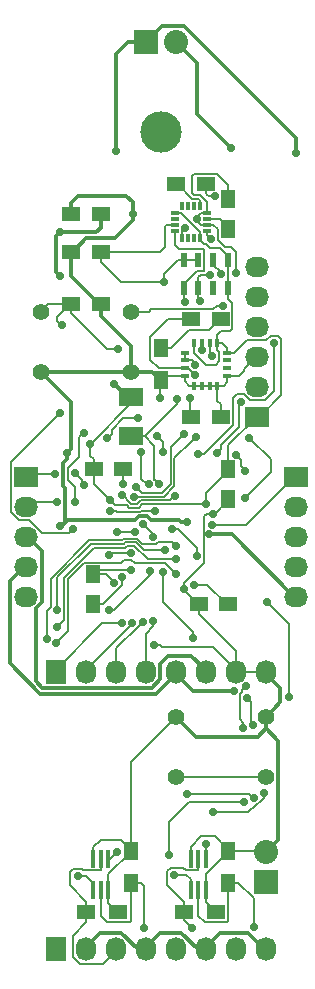
<source format=gbl>
%FSLAX46Y46*%
G04 Gerber Fmt 4.6, Leading zero omitted, Abs format (unit mm)*
G04 Created by KiCad (PCBNEW (20140926 BZR5148)-product) date Fri 30 Jan 2015 01:27:10 AM CST*
%MOMM*%
G01*
G04 APERTURE LIST*
%ADD10C,0.100000*%
%ADD11R,2.032000X1.727200*%
%ADD12O,2.032000X1.727200*%
%ADD13R,1.500000X1.250000*%
%ADD14R,1.250000X1.500000*%
%ADD15R,2.032000X1.524000*%
%ADD16R,2.032000X2.032000*%
%ADD17O,2.032000X2.032000*%
%ADD18R,1.727200X2.032000*%
%ADD19O,1.727200X2.032000*%
%ADD20R,0.398780X1.501140*%
%ADD21R,1.300000X1.500000*%
%ADD22R,1.500000X1.300000*%
%ADD23C,1.397000*%
%ADD24R,0.530000X1.310000*%
%ADD25R,0.650000X0.350000*%
%ADD26R,0.350000X0.650000*%
%ADD27R,0.410000X0.770000*%
%ADD28R,0.770000X0.410000*%
%ADD29C,3.500000*%
%ADD30C,0.713740*%
%ADD31C,0.152400*%
%ADD32C,0.203200*%
%ADD33C,0.355600*%
G04 APERTURE END LIST*
D10*
D11*
X160528000Y-77470000D03*
D12*
X160528000Y-74930000D03*
X160528000Y-72390000D03*
X160528000Y-69850000D03*
X160528000Y-67310000D03*
X160528000Y-64770000D03*
D13*
X147300000Y-60325000D03*
X144800000Y-60325000D03*
X147300000Y-63500000D03*
X144800000Y-63500000D03*
X156190000Y-57785000D03*
X153690000Y-57785000D03*
D14*
X158115000Y-61575000D03*
X158115000Y-59075000D03*
X146685000Y-93325000D03*
X146685000Y-90825000D03*
D13*
X144800000Y-67945000D03*
X147300000Y-67945000D03*
X158095000Y-93345000D03*
X155595000Y-93345000D03*
D14*
X158115000Y-81935000D03*
X158115000Y-84435000D03*
D13*
X146705000Y-81915000D03*
X149205000Y-81915000D03*
X154960000Y-77470000D03*
X157460000Y-77470000D03*
X154960000Y-69215000D03*
X157460000Y-69215000D03*
D15*
X149860000Y-75819000D03*
X149860000Y-79121000D03*
D16*
X151130000Y-45720000D03*
D17*
X153670000Y-45720000D03*
D16*
X161290000Y-116840000D03*
D17*
X161290000Y-114300000D03*
D18*
X143510000Y-122555000D03*
D19*
X146050000Y-122555000D03*
X148590000Y-122555000D03*
X151130000Y-122555000D03*
X153670000Y-122555000D03*
X156210000Y-122555000D03*
X158750000Y-122555000D03*
X161290000Y-122555000D03*
D20*
X147970240Y-117535960D03*
X147320000Y-117535960D03*
X146669760Y-117535960D03*
X146669760Y-114874040D03*
X147320000Y-114874040D03*
X147970240Y-114874040D03*
X154924760Y-114874040D03*
X155575000Y-114874040D03*
X156225240Y-114874040D03*
X156225240Y-117535960D03*
X155575000Y-117535960D03*
X154924760Y-117535960D03*
D21*
X152400000Y-71675000D03*
X152400000Y-74375000D03*
X149860000Y-116920000D03*
X149860000Y-114220000D03*
D22*
X146097000Y-119380000D03*
X148797000Y-119380000D03*
X154352000Y-119380000D03*
X157052000Y-119380000D03*
D21*
X158115000Y-116920000D03*
X158115000Y-114220000D03*
D23*
X161290000Y-102870000D03*
X161290000Y-107950000D03*
X153670000Y-102870000D03*
X153670000Y-107950000D03*
X149860000Y-68580000D03*
X149860000Y-73660000D03*
X142240000Y-68580000D03*
X142240000Y-73660000D03*
D24*
X154335000Y-64205000D03*
X155585000Y-64205000D03*
X156835000Y-64205000D03*
X158085000Y-64205000D03*
X158085000Y-66605000D03*
X156835000Y-66605000D03*
X155585000Y-66605000D03*
X154335000Y-66605000D03*
D11*
X140970000Y-82550000D03*
D12*
X140970000Y-85090000D03*
X140970000Y-87630000D03*
X140970000Y-90170000D03*
X140970000Y-92710000D03*
D11*
X163830000Y-82550000D03*
D12*
X163830000Y-85090000D03*
X163830000Y-87630000D03*
X163830000Y-90170000D03*
X163830000Y-92710000D03*
D18*
X143510000Y-99060000D03*
D19*
X146050000Y-99060000D03*
X148590000Y-99060000D03*
X151130000Y-99060000D03*
X153670000Y-99060000D03*
X156210000Y-99060000D03*
X158750000Y-99060000D03*
X161290000Y-99060000D03*
D25*
X153565000Y-61710000D03*
X153565000Y-61210000D03*
X153565000Y-60710000D03*
X153565000Y-60210000D03*
D26*
X154190000Y-59585000D03*
X154690000Y-59585000D03*
X155190000Y-59585000D03*
X155690000Y-59585000D03*
D25*
X156315000Y-60210000D03*
X156315000Y-60710000D03*
X156315000Y-61210000D03*
X156315000Y-61710000D03*
D26*
X155690000Y-62335000D03*
X155190000Y-62335000D03*
X154690000Y-62335000D03*
X154190000Y-62335000D03*
D27*
X155235000Y-71225000D03*
X155885000Y-71225000D03*
X156535000Y-71225000D03*
X157185000Y-71225000D03*
D28*
X158010000Y-72050000D03*
X158010000Y-72700000D03*
X158010000Y-73350000D03*
X158010000Y-74000000D03*
D27*
X157185000Y-74825000D03*
X156535000Y-74825000D03*
X155885000Y-74825000D03*
X155235000Y-74825000D03*
D28*
X154410000Y-74000000D03*
X154410000Y-73350000D03*
X154410000Y-72700000D03*
X154410000Y-72050000D03*
D29*
X152400000Y-53340000D03*
D30*
X149860000Y-90424000D03*
X148012350Y-89133500D03*
X149886748Y-88999040D03*
X148441119Y-91507285D03*
X149158939Y-83199156D03*
X152328880Y-75892660D03*
X143897263Y-86753679D03*
X151790400Y-96822260D03*
X156841967Y-85661614D03*
X156464135Y-87435000D03*
X154617420Y-86385400D03*
X144470120Y-80545940D03*
X150065740Y-60322460D03*
X158369000Y-54737000D03*
X157456202Y-65400184D03*
X158750000Y-65278000D03*
X155480728Y-60706000D03*
X154368609Y-92075371D03*
X155300256Y-73064576D03*
X151902160Y-85469780D03*
X152234896Y-83189465D03*
X148112480Y-85443060D03*
X153797000Y-75946000D03*
X152654000Y-66040000D03*
X156625109Y-62387899D03*
X156980728Y-58801000D03*
X149149934Y-91009490D03*
X143891000Y-65532000D03*
X148090276Y-84538811D03*
X158575470Y-100692474D03*
X148463000Y-74676000D03*
X143891000Y-61849000D03*
X156229863Y-84874222D03*
X155184209Y-91715109D03*
X146431000Y-79756000D03*
X157629860Y-68079620D03*
X144056100Y-69743320D03*
X143852900Y-77162660D03*
X144957800Y-86982300D03*
X148762720Y-71752460D03*
X148590000Y-54991000D03*
X163830000Y-55118000D03*
X155304361Y-73930718D03*
X154884120Y-75882500D03*
X150469600Y-77584300D03*
X147868640Y-79308960D03*
X159228198Y-76183535D03*
X157137100Y-80573880D03*
X159900620Y-79255620D03*
X159517080Y-84355940D03*
X162000063Y-71210037D03*
X155583640Y-80619302D03*
X149081510Y-94972965D03*
X149952259Y-94894091D03*
X150867682Y-94806677D03*
X151730998Y-94736643D03*
X153568215Y-84139459D03*
X145140711Y-82232500D03*
X145897459Y-83223436D03*
X143461740Y-82344260D03*
X149141180Y-84096860D03*
X152591750Y-80437702D03*
X143609060Y-84703920D03*
X145140680Y-84686140D03*
X145856960Y-78839060D03*
X152059640Y-79098140D03*
X158767227Y-80676457D03*
X159547560Y-82036920D03*
X148697970Y-87222343D03*
X150182580Y-87188040D03*
X156707840Y-86603840D03*
X151368758Y-83184619D03*
X150921296Y-86589429D03*
X150730466Y-80420834D03*
X151697853Y-87628893D03*
X151516080Y-90533220D03*
X147972780Y-93865700D03*
X151003000Y-120777000D03*
X155067000Y-120777000D03*
X160274000Y-120650000D03*
X143637000Y-93853000D03*
X152781000Y-88773000D03*
X153670000Y-88392000D03*
X142748000Y-96266000D03*
X143587490Y-95277890D03*
X145415000Y-116350728D03*
X153670000Y-89535000D03*
X143552202Y-96587681D03*
X153670000Y-90805000D03*
X148700728Y-114300000D03*
X161406840Y-93134180D03*
X163281360Y-101175820D03*
X161132520Y-109324140D03*
X156834840Y-110964980D03*
X160252427Y-109767387D03*
X154619960Y-109420660D03*
X160213040Y-103576120D03*
X159674560Y-101254560D03*
X159465754Y-110129829D03*
X159395972Y-103863556D03*
X159612300Y-100280927D03*
X156204920Y-113619280D03*
X153113740Y-114584480D03*
X155100020Y-96199960D03*
X155481020Y-89291160D03*
X153365200Y-86959440D03*
X152560020Y-90637360D03*
X153555700Y-116260880D03*
X154432000Y-67775909D03*
X155883544Y-71860273D03*
X154335480Y-78927960D03*
X150334980Y-83416140D03*
X155396929Y-79143532D03*
X150118215Y-84254730D03*
X156748766Y-72364864D03*
X156591000Y-65440728D03*
X154415124Y-61510618D03*
X155702000Y-67691000D03*
D31*
X149382058Y-88999040D02*
X149886748Y-88999040D01*
X148082000Y-89154000D02*
X148236960Y-88999040D01*
X148236960Y-88999040D02*
X149382058Y-88999040D01*
X149860000Y-90424000D02*
X147086000Y-90424000D01*
D32*
X147758834Y-90825000D02*
X148084250Y-91150416D01*
X148084250Y-91150416D02*
X148441119Y-91507285D01*
X146685000Y-90825000D02*
X147758834Y-90825000D01*
D31*
X147086000Y-90424000D02*
X146685000Y-90825000D01*
X158115000Y-114220000D02*
X161210000Y-114220000D01*
X161210000Y-114220000D02*
X161290000Y-114300000D01*
X158195000Y-114300000D02*
X158115000Y-114220000D01*
D32*
X154410000Y-74000000D02*
X154410000Y-74408200D01*
X154826800Y-74825000D02*
X155235000Y-74825000D01*
X154410000Y-74408200D02*
X154826800Y-74825000D01*
D33*
X154617420Y-86385400D02*
X154112730Y-86385400D01*
X150841136Y-85907031D02*
X150566103Y-85907031D01*
X150232109Y-86241025D02*
X144482649Y-86241025D01*
X150566103Y-85907031D02*
X150232109Y-86241025D01*
X151248975Y-85883749D02*
X150864418Y-85883749D01*
D32*
X149205000Y-81915000D02*
X149205000Y-83153095D01*
X149205000Y-83153095D02*
X149158939Y-83199156D01*
D33*
X151541077Y-86175851D02*
X151248975Y-85883749D01*
X154112730Y-86385400D02*
X153903181Y-86175851D01*
X150864418Y-85883749D02*
X150841136Y-85907031D01*
X144482649Y-86241025D02*
X144268375Y-86455299D01*
X153903181Y-86175851D02*
X151541077Y-86175851D01*
D31*
X152328880Y-75892660D02*
X152328880Y-74446120D01*
X152328880Y-74446120D02*
X152400000Y-74375000D01*
D33*
X144148811Y-81371939D02*
X144148811Y-83356427D01*
X144826989Y-80189071D02*
X144470120Y-80545940D01*
X144826989Y-76246989D02*
X144826989Y-80189071D01*
X144470120Y-80545940D02*
X144470120Y-81050630D01*
X144470120Y-81050630D02*
X144148811Y-81371939D01*
X144306291Y-86417383D02*
X144268375Y-86455299D01*
X144306291Y-83513907D02*
X144306291Y-86417383D01*
X142240000Y-73660000D02*
X144826989Y-76246989D01*
X144148811Y-83356427D02*
X144306291Y-83513907D01*
X144268375Y-86455299D02*
X143969995Y-86753679D01*
X143969995Y-86753679D02*
X143897263Y-86753679D01*
X149860000Y-72672172D02*
X149860000Y-73660000D01*
X147300000Y-68925600D02*
X149860000Y-71485600D01*
X147300000Y-67945000D02*
X147300000Y-68925600D01*
X149860000Y-71485600D02*
X149860000Y-72672172D01*
X144800000Y-65570000D02*
X147175000Y-67945000D01*
X147175000Y-67945000D02*
X147300000Y-67945000D01*
X144800000Y-63500000D02*
X144800000Y-65570000D01*
D31*
X157460000Y-76378120D02*
X157185000Y-76103120D01*
X157185000Y-76103120D02*
X157185000Y-74825000D01*
X157460000Y-77470000D02*
X157460000Y-76378120D01*
D32*
X152475430Y-97002600D02*
X156845000Y-97002600D01*
X156845000Y-97002600D02*
X158750000Y-98907600D01*
X158750000Y-98907600D02*
X158750000Y-99060000D01*
X151790400Y-96822260D02*
X152295090Y-96822260D01*
X152295090Y-96822260D02*
X152475430Y-97002600D01*
X154368609Y-92075371D02*
X154368609Y-91570681D01*
X156096969Y-85901922D02*
X156337277Y-85661614D01*
D33*
X163677600Y-92710000D02*
X158402600Y-87435000D01*
X163830000Y-92710000D02*
X163677600Y-92710000D01*
D32*
X156337277Y-85661614D02*
X156841967Y-85661614D01*
X158115000Y-84435000D02*
X158115000Y-84560000D01*
X158115000Y-84560000D02*
X157013386Y-85661614D01*
X154368609Y-91570681D02*
X156096969Y-89842321D01*
X157013386Y-85661614D02*
X156841967Y-85661614D01*
X156096969Y-89842321D02*
X156096969Y-85901922D01*
D33*
X158402600Y-87435000D02*
X156968825Y-87435000D01*
X156968825Y-87435000D02*
X156464135Y-87435000D01*
X154368499Y-103568499D02*
X153670000Y-102870000D01*
X155350627Y-104550627D02*
X154368499Y-103568499D01*
X160597201Y-104550627D02*
X155350627Y-104550627D01*
X161290000Y-103857828D02*
X160597201Y-104550627D01*
X161290000Y-102870000D02*
X161290000Y-103857828D01*
X162509200Y-100431600D02*
X162509200Y-101650800D01*
X161290000Y-99212400D02*
X162509200Y-100431600D01*
X162509200Y-101650800D02*
X161988499Y-102171501D01*
X161988499Y-102171501D02*
X161290000Y-102870000D01*
X161290000Y-99060000D02*
X161290000Y-99212400D01*
D32*
X155836621Y-113008409D02*
X157003409Y-113008409D01*
X158115000Y-114120000D02*
X158115000Y-114220000D01*
X157003409Y-113008409D02*
X158115000Y-114120000D01*
X154924760Y-113920270D02*
X155836621Y-113008409D01*
X154924760Y-114874040D02*
X154924760Y-113920270D01*
X158750000Y-97328200D02*
X158750000Y-97840800D01*
X155595000Y-93345000D02*
X155595000Y-94173200D01*
X158750000Y-97840800D02*
X158750000Y-99060000D01*
X155595000Y-94173200D02*
X158750000Y-97328200D01*
D33*
X161290000Y-103857828D02*
X162318701Y-104886529D01*
X162318701Y-104886529D02*
X162318701Y-113271299D01*
X162318701Y-113271299D02*
X162305999Y-113284001D01*
X162305999Y-113284001D02*
X161290000Y-114300000D01*
X149860000Y-73660000D02*
X148872172Y-73660000D01*
X148872172Y-73660000D02*
X142240000Y-73660000D01*
X149860000Y-73660000D02*
X151685000Y-73660000D01*
X151685000Y-73660000D02*
X152400000Y-74375000D01*
X150065740Y-60322460D02*
X150065740Y-59329320D01*
X144800000Y-59372820D02*
X144800000Y-60325000D01*
X145417540Y-58755280D02*
X144800000Y-59372820D01*
X149491700Y-58755280D02*
X145417540Y-58755280D01*
X150065740Y-59329320D02*
X149491700Y-58755280D01*
X150065740Y-60322460D02*
X150065740Y-60827150D01*
X150065740Y-60827150D02*
X148535880Y-62357010D01*
X148535880Y-62357010D02*
X146067990Y-62357010D01*
X146067990Y-62357010D02*
X144925000Y-63500000D01*
X144925000Y-63500000D02*
X144800000Y-63500000D01*
D32*
X147323230Y-113266800D02*
X146669760Y-113920270D01*
X149860000Y-114120000D02*
X149006800Y-113266800D01*
X149006800Y-113266800D02*
X147323230Y-113266800D01*
X149860000Y-114220000D02*
X149860000Y-114120000D01*
X146669760Y-113920270D02*
X146669760Y-114874040D01*
X147970240Y-117535960D02*
X147970240Y-116209760D01*
X147970240Y-116209760D02*
X149860000Y-114320000D01*
X149860000Y-114320000D02*
X149860000Y-114220000D01*
X148797000Y-119380000D02*
X148697000Y-119380000D01*
X148697000Y-119380000D02*
X147970240Y-118653240D01*
X147970240Y-118653240D02*
X147970240Y-118489730D01*
X147970240Y-118489730D02*
X147970240Y-117535960D01*
X156225240Y-117535960D02*
X156225240Y-118553240D01*
X156225240Y-118553240D02*
X157052000Y-119380000D01*
X158115000Y-114220000D02*
X158115000Y-114320000D01*
X158115000Y-114320000D02*
X156225240Y-116209760D01*
X156225240Y-116209760D02*
X156225240Y-116582190D01*
X156225240Y-116582190D02*
X156225240Y-117535960D01*
X149860000Y-114220000D02*
X149860000Y-106680000D01*
X149860000Y-106680000D02*
X153670000Y-102870000D01*
D33*
X155448000Y-51816000D02*
X155448000Y-47498000D01*
X155448000Y-47498000D02*
X153670000Y-45720000D01*
X158369000Y-54737000D02*
X155448000Y-51816000D01*
D32*
X156835000Y-64595000D02*
X157456202Y-65216202D01*
X156835000Y-64205000D02*
X156835000Y-64595000D01*
X157456202Y-65216202D02*
X157456202Y-65400184D01*
X156843200Y-61210000D02*
X157235999Y-61602799D01*
X156315000Y-61210000D02*
X156843200Y-61210000D01*
X157235999Y-62528201D02*
X157826798Y-63119000D01*
X157235999Y-61602799D02*
X157235999Y-62528201D01*
X158750000Y-63492798D02*
X158750000Y-65278000D01*
X158376202Y-63119000D02*
X158750000Y-63492798D01*
X157826798Y-63119000D02*
X158376202Y-63119000D01*
X155246798Y-56896000D02*
X157133202Y-56896000D01*
X157133202Y-56896000D02*
X158115000Y-57877798D01*
X158115000Y-57877798D02*
X158115000Y-58121800D01*
X158115000Y-58121800D02*
X158115000Y-59075000D01*
X155067000Y-58494202D02*
X155067000Y-57075798D01*
X155067000Y-57075798D02*
X155246798Y-56896000D01*
X155736202Y-58674000D02*
X155246798Y-58674000D01*
X155246798Y-58674000D02*
X155067000Y-58494202D01*
X156315000Y-59252798D02*
X155736202Y-58674000D01*
X156315000Y-60210000D02*
X156315000Y-59252798D01*
X156315000Y-60210000D02*
X155786800Y-60210000D01*
X155786800Y-60210000D02*
X155480728Y-60516072D01*
X155480728Y-60516072D02*
X155480728Y-60706000D01*
X155575000Y-60998200D02*
X155575000Y-60800272D01*
X155575000Y-60800272D02*
X155480728Y-60706000D01*
X156315000Y-61210000D02*
X155786800Y-61210000D01*
X155786800Y-61210000D02*
X155575000Y-60998200D01*
X154368609Y-92118609D02*
X155595000Y-93345000D01*
X154368609Y-92075371D02*
X154368609Y-92118609D01*
X160223200Y-99060000D02*
X158750000Y-99060000D01*
X161290000Y-99060000D02*
X160223200Y-99060000D01*
X152775000Y-74000000D02*
X152400000Y-74375000D01*
X154410000Y-74000000D02*
X152775000Y-74000000D01*
X155885000Y-74825000D02*
X155235000Y-74825000D01*
X156535000Y-74825000D02*
X155885000Y-74825000D01*
X156535000Y-74825000D02*
X157185000Y-74825000D01*
X157185000Y-74825000D02*
X157712000Y-74825000D01*
X158010000Y-74527000D02*
X158010000Y-74000000D01*
X157712000Y-74825000D02*
X158010000Y-74527000D01*
X160502600Y-72390000D02*
X160655000Y-72390000D01*
X159045000Y-74000000D02*
X159435800Y-73609200D01*
X159435800Y-73609200D02*
X159435800Y-73456800D01*
X159435800Y-73456800D02*
X160502600Y-72390000D01*
X158010000Y-74000000D02*
X159045000Y-74000000D01*
X155300256Y-73002056D02*
X155300256Y-73064576D01*
X154998200Y-72700000D02*
X155300256Y-73002056D01*
X154410000Y-72700000D02*
X154998200Y-72700000D01*
D31*
X150672796Y-85500621D02*
X150703637Y-85469780D01*
X148674731Y-85500621D02*
X150672796Y-85500621D01*
X150703637Y-85469780D02*
X151397470Y-85469780D01*
X148617170Y-85443060D02*
X148674731Y-85500621D01*
X148112480Y-85443060D02*
X148617170Y-85443060D01*
X149860000Y-79121000D02*
X151028400Y-79121000D01*
X151028400Y-79121000D02*
X151860877Y-79953477D01*
X151860877Y-82815446D02*
X151878027Y-82832596D01*
X151860877Y-79953477D02*
X151860877Y-82815446D01*
X151397470Y-85469780D02*
X151902160Y-85469780D01*
X151878027Y-82832596D02*
X152234896Y-83189465D01*
D32*
X152760680Y-63098880D02*
X152359560Y-63500000D01*
X152359560Y-63500000D02*
X147300000Y-63500000D01*
X152654000Y-66040000D02*
X149011800Y-66040000D01*
X149011800Y-66040000D02*
X147300000Y-64328200D01*
X147300000Y-64328200D02*
X147300000Y-63500000D01*
X153565000Y-61210000D02*
X152906920Y-61210000D01*
X152906920Y-61210000D02*
X152760680Y-61356240D01*
X152760680Y-61356240D02*
X152760680Y-63098880D01*
X153797000Y-76403200D02*
X153797000Y-75946000D01*
X151079200Y-79121000D02*
X153797000Y-76403200D01*
X149860000Y-79121000D02*
X151079200Y-79121000D01*
X154410000Y-72291800D02*
X154432000Y-72269800D01*
X154410000Y-72700000D02*
X154410000Y-72291800D01*
X154432000Y-72072000D02*
X154410000Y-72050000D01*
X154432000Y-72269800D02*
X154432000Y-72072000D01*
X155585000Y-64205000D02*
X154335000Y-64205000D01*
X152654000Y-65417800D02*
X152654000Y-66040000D01*
X153866800Y-64205000D02*
X152654000Y-65417800D01*
X153866800Y-64205000D02*
X154335000Y-64205000D01*
D31*
X156315000Y-61710000D02*
X156315000Y-62077790D01*
X156315000Y-62077790D02*
X156625109Y-62387899D01*
X156349038Y-58674000D02*
X156301600Y-58674000D01*
X156301600Y-58674000D02*
X156190000Y-58562400D01*
X156190000Y-58562400D02*
X156190000Y-57785000D01*
X156980728Y-58801000D02*
X156476038Y-58801000D01*
X156476038Y-58801000D02*
X156349038Y-58674000D01*
X155690000Y-59107600D02*
X155690000Y-59585000D01*
X155586610Y-59004210D02*
X155690000Y-59107600D01*
X155034210Y-59004210D02*
X155586610Y-59004210D01*
X153690000Y-57785000D02*
X153815000Y-57785000D01*
X153815000Y-57785000D02*
X155034210Y-59004210D01*
D32*
X155702000Y-59573000D02*
X155690000Y-59585000D01*
X153690000Y-57785000D02*
X154347202Y-57785000D01*
D31*
X158115000Y-61575000D02*
X158115000Y-61450000D01*
X158115000Y-61450000D02*
X157375000Y-60710000D01*
X157375000Y-60710000D02*
X156792400Y-60710000D01*
X156792400Y-60710000D02*
X156315000Y-60710000D01*
X158115000Y-61700000D02*
X157585000Y-62230000D01*
X158115000Y-61575000D02*
X158115000Y-61700000D01*
D32*
X149149934Y-91514180D02*
X149149934Y-91009490D01*
X149149934Y-91688266D02*
X149149934Y-91514180D01*
X147513200Y-93325000D02*
X149149934Y-91688266D01*
X146685000Y-93325000D02*
X147513200Y-93325000D01*
X162293282Y-70599166D02*
X162610934Y-70916818D01*
X160807400Y-77470000D02*
X160655000Y-77470000D01*
X158598200Y-72050000D02*
X159680590Y-70967610D01*
X162610934Y-70916818D02*
X162610934Y-75666466D01*
X158010000Y-72050000D02*
X158598200Y-72050000D01*
X161706844Y-70599166D02*
X162293282Y-70599166D01*
X162610934Y-75666466D02*
X160807400Y-77470000D01*
X161338400Y-70967610D02*
X161706844Y-70599166D01*
X159680590Y-70967610D02*
X161338400Y-70967610D01*
X158115000Y-81935000D02*
X158115000Y-79857600D01*
X158115000Y-79857600D02*
X160502600Y-77470000D01*
X160502600Y-77470000D02*
X160655000Y-77470000D01*
X157042004Y-73095742D02*
X157359656Y-72778090D01*
X157359656Y-71987856D02*
X157185000Y-71813200D01*
X157359656Y-72778090D02*
X157359656Y-71987856D01*
X155235000Y-72095230D02*
X156235512Y-73095742D01*
X155235000Y-71225000D02*
X155235000Y-72095230D01*
X157185000Y-71813200D02*
X157185000Y-71225000D01*
X156235512Y-73095742D02*
X157042004Y-73095742D01*
X149700411Y-85170411D02*
X149508711Y-84978711D01*
X150536019Y-85170411D02*
X149700411Y-85170411D01*
X149508711Y-84978711D02*
X148530176Y-84978711D01*
X148447145Y-84895680D02*
X148090276Y-84538811D01*
X155725173Y-84874222D02*
X155709841Y-84858890D01*
X148530176Y-84978711D02*
X148447145Y-84895680D01*
X156229863Y-84874222D02*
X155725173Y-84874222D01*
X150847540Y-84858890D02*
X150536019Y-85170411D01*
X155709841Y-84858890D02*
X150847540Y-84858890D01*
D33*
X143534131Y-65175131D02*
X143891000Y-65532000D01*
X143891000Y-61849000D02*
X143534131Y-62205869D01*
X143534131Y-62205869D02*
X143534131Y-65175131D01*
D32*
X146787869Y-79399131D02*
X146431000Y-79756000D01*
X149606000Y-75819000D02*
X149606000Y-76581000D01*
X149606000Y-76581000D02*
X146787869Y-79399131D01*
X147733407Y-84181942D02*
X148090276Y-84538811D01*
X146705000Y-83153535D02*
X147733407Y-84181942D01*
X146705000Y-81915000D02*
X146705000Y-83153535D01*
D33*
X158070780Y-100692474D02*
X158575470Y-100692474D01*
X155150074Y-100692474D02*
X158070780Y-100692474D01*
X153670000Y-99212400D02*
X155150074Y-100692474D01*
X140817600Y-90170000D02*
X140970000Y-90170000D01*
X139598400Y-91389200D02*
X140817600Y-90170000D01*
X139598400Y-98340796D02*
X139598400Y-91389200D01*
X142171814Y-100914210D02*
X139598400Y-98340796D01*
X151968190Y-100914210D02*
X142171814Y-100914210D01*
X153670000Y-99212400D02*
X151968190Y-100914210D01*
X153670000Y-99060000D02*
X153670000Y-99212400D01*
X153670000Y-99060000D02*
X153670000Y-98907600D01*
X149860000Y-75819000D02*
X149606000Y-75819000D01*
X149606000Y-75819000D02*
X148463000Y-74676000D01*
X146939000Y-61849000D02*
X147300000Y-61488000D01*
X147300000Y-61488000D02*
X147300000Y-60325000D01*
X143891000Y-61849000D02*
X146939000Y-61849000D01*
D32*
X158085000Y-63880110D02*
X158085000Y-64205000D01*
X157425500Y-63220610D02*
X158085000Y-63880110D01*
X156575610Y-63220610D02*
X157425500Y-63220610D01*
X156218200Y-62863200D02*
X156575610Y-63220610D01*
X155690000Y-62335000D02*
X155690000Y-62485000D01*
X156068200Y-62863200D02*
X156218200Y-62863200D01*
X155690000Y-62485000D02*
X156068200Y-62863200D01*
X156229863Y-83945137D02*
X156229863Y-84369532D01*
X158115000Y-81935000D02*
X158115000Y-82060000D01*
X158115000Y-82060000D02*
X156229863Y-83945137D01*
X156229863Y-84369532D02*
X156229863Y-84874222D01*
X157970000Y-93345000D02*
X156340109Y-91715109D01*
X156340109Y-91715109D02*
X155688899Y-91715109D01*
X158095000Y-93345000D02*
X157970000Y-93345000D01*
X155688899Y-91715109D02*
X155184209Y-91715109D01*
X146431000Y-80812800D02*
X146431000Y-79756000D01*
X146705000Y-81086800D02*
X146431000Y-80812800D01*
X146705000Y-81915000D02*
X146705000Y-81086800D01*
X157593200Y-71225000D02*
X157185000Y-71225000D01*
X158010000Y-71641800D02*
X157593200Y-71225000D01*
X158010000Y-72050000D02*
X158010000Y-71641800D01*
X158085000Y-65746800D02*
X158085000Y-64205000D01*
X158085000Y-66605000D02*
X158085000Y-65746800D01*
X157185000Y-70526000D02*
X157185000Y-71225000D01*
X157480000Y-70231000D02*
X157185000Y-70526000D01*
X158464001Y-70043201D02*
X158276202Y-70231000D01*
X158085000Y-67463200D02*
X158464001Y-67842201D01*
X158276202Y-70231000D02*
X157480000Y-70231000D01*
X158464001Y-67842201D02*
X158464001Y-70043201D01*
X158085000Y-66605000D02*
X158085000Y-67463200D01*
X155690000Y-61806800D02*
X155690000Y-62335000D01*
X154093200Y-60210000D02*
X155690000Y-61806800D01*
X153565000Y-60210000D02*
X154093200Y-60210000D01*
D31*
X151589579Y-68361399D02*
X151370978Y-68580000D01*
X151370978Y-68580000D02*
X149860000Y-68580000D01*
X157629860Y-68079620D02*
X157125170Y-68079620D01*
X157125170Y-68079620D02*
X156843391Y-68361399D01*
X156843391Y-68361399D02*
X151589579Y-68361399D01*
X143634460Y-69321680D02*
X143634460Y-68985540D01*
X143634460Y-68985540D02*
X144675000Y-67945000D01*
X144675000Y-67945000D02*
X144800000Y-67945000D01*
X144056100Y-69743320D02*
X143634460Y-69321680D01*
X139725390Y-81290170D02*
X143852900Y-77162660D01*
X140365192Y-86182210D02*
X139725390Y-85542408D01*
X144600931Y-87339169D02*
X142376187Y-87339169D01*
X144957800Y-86982300D02*
X144600931Y-87339169D01*
X141219228Y-86182210D02*
X140365192Y-86182210D01*
X142376187Y-87339169D02*
X141219228Y-86182210D01*
X139725390Y-85542408D02*
X139725390Y-81290170D01*
X144800000Y-68722400D02*
X147830060Y-71752460D01*
X144800000Y-67945000D02*
X144800000Y-68722400D01*
X147830060Y-71752460D02*
X148762720Y-71752460D01*
X144800000Y-67945000D02*
X142875000Y-67945000D01*
X142875000Y-67945000D02*
X142240000Y-68580000D01*
D33*
X149606000Y-45720000D02*
X148590000Y-46736000D01*
X148590000Y-46736000D02*
X148590000Y-54991000D01*
X151130000Y-45720000D02*
X149606000Y-45720000D01*
X154355799Y-44373799D02*
X163830000Y-53848000D01*
X163830000Y-53848000D02*
X163830000Y-55118000D01*
X151130000Y-45720000D02*
X152476201Y-44373799D01*
X152476201Y-44373799D02*
X154355799Y-44373799D01*
X141122400Y-87630000D02*
X140970000Y-87630000D01*
X142341600Y-93179102D02*
X142341600Y-88849200D01*
X142341600Y-88849200D02*
X141122400Y-87630000D01*
X141859000Y-99882962D02*
X141859000Y-93661702D01*
X152323810Y-98374190D02*
X152323810Y-99706892D01*
X156210000Y-98907600D02*
X156210000Y-99060000D01*
X154990800Y-97688400D02*
X153009600Y-97688400D01*
X141859000Y-93661702D02*
X142341600Y-93179102D01*
X142382239Y-100406201D02*
X141859000Y-99882962D01*
X156210000Y-98907600D02*
X154990800Y-97688400D01*
X152323810Y-99706892D02*
X151624501Y-100406201D01*
X153009600Y-97688400D02*
X152323810Y-98374190D01*
X151624501Y-100406201D02*
X142382239Y-100406201D01*
D31*
X154723643Y-73350000D02*
X154947492Y-73573849D01*
X154410000Y-73350000D02*
X154723643Y-73350000D01*
X154947492Y-73573849D02*
X155304361Y-73930718D01*
X154884120Y-75882500D02*
X154884120Y-77394120D01*
X154884120Y-77394120D02*
X154960000Y-77470000D01*
D32*
X152217798Y-73350000D02*
X153821800Y-73350000D01*
X151495999Y-72628201D02*
X152217798Y-73350000D01*
X151495999Y-70721799D02*
X151495999Y-72628201D01*
X153002798Y-69215000D02*
X151495999Y-70721799D01*
X153821800Y-73350000D02*
X154410000Y-73350000D01*
X154960000Y-69215000D02*
X153002798Y-69215000D01*
X157335000Y-69215000D02*
X156446000Y-70104000D01*
X157460000Y-69215000D02*
X157335000Y-69215000D01*
X153253200Y-71675000D02*
X152400000Y-71675000D01*
X154824200Y-70104000D02*
X153253200Y-71675000D01*
X156446000Y-70104000D02*
X154824200Y-70104000D01*
D31*
X147868640Y-79308960D02*
X148225509Y-78952091D01*
X148225509Y-78952091D02*
X148225509Y-78566009D01*
X148225509Y-78566009D02*
X149207218Y-77584300D01*
X149207218Y-77584300D02*
X150469600Y-77584300D01*
X159258000Y-76227940D02*
X159258000Y-76213337D01*
X159258000Y-76213337D02*
X159228198Y-76183535D01*
X157493969Y-79856331D02*
X159016700Y-78333600D01*
X159016700Y-78333600D02*
X159016700Y-76469240D01*
X159016700Y-76469240D02*
X159258000Y-76227940D01*
X157137100Y-80573880D02*
X157493969Y-80217011D01*
X157493969Y-80217011D02*
X157493969Y-79856331D01*
X161704020Y-82169000D02*
X161704020Y-81059020D01*
X161704020Y-81059020D02*
X159900620Y-79255620D01*
X159517080Y-84355940D02*
X161704020Y-82169000D01*
X159465367Y-75568809D02*
X159933988Y-76037430D01*
X158842353Y-75568809D02*
X159465367Y-75568809D01*
X161244588Y-76037430D02*
X162000063Y-75281955D01*
X162000063Y-71714727D02*
X162000063Y-71210037D01*
X162000063Y-75281955D02*
X162000063Y-71714727D01*
X158537909Y-75873253D02*
X158842353Y-75568809D01*
X156088330Y-80619302D02*
X158537909Y-78169723D01*
X155583640Y-80619302D02*
X156088330Y-80619302D01*
X158537909Y-78169723D02*
X158537909Y-75873253D01*
X159933988Y-76037430D02*
X161244588Y-76037430D01*
X148576820Y-94972965D02*
X149081510Y-94972965D01*
X143510000Y-99060000D02*
X143510000Y-98907600D01*
X147444635Y-94972965D02*
X148576820Y-94972965D01*
X143510000Y-98907600D02*
X147444635Y-94972965D01*
X146050000Y-98907600D02*
X149952259Y-95005341D01*
X149952259Y-95005341D02*
X149952259Y-94894091D01*
X146050000Y-99060000D02*
X146050000Y-98907600D01*
X150510813Y-95163546D02*
X150867682Y-94806677D01*
X148590000Y-97084359D02*
X150510813Y-95163546D01*
X148590000Y-99060000D02*
X148590000Y-97084359D01*
X151130000Y-99060000D02*
X151130000Y-95829227D01*
X151730998Y-95228229D02*
X151730998Y-94736643D01*
X151130000Y-95829227D02*
X151730998Y-95228229D01*
X150702981Y-84528680D02*
X153178994Y-84528680D01*
X149498049Y-84453729D02*
X149498049Y-84501062D01*
X149837188Y-84840201D02*
X150391460Y-84840201D01*
X153211346Y-84496328D02*
X153568215Y-84139459D01*
X149141180Y-84096860D02*
X149498049Y-84453729D01*
X150391460Y-84840201D02*
X150702981Y-84528680D01*
X153178994Y-84528680D02*
X153211346Y-84496328D01*
X149498049Y-84501062D02*
X149837188Y-84840201D01*
X143461740Y-82344260D02*
X141175740Y-82344260D01*
X141175740Y-82344260D02*
X140970000Y-82550000D01*
X145497580Y-82589369D02*
X145140711Y-82232500D01*
X145707100Y-83230720D02*
X145707100Y-82798889D01*
X145707100Y-82798889D02*
X145497580Y-82589369D01*
X152591750Y-79933012D02*
X152591750Y-80437702D01*
X152059640Y-79098140D02*
X152591750Y-79630250D01*
X152591750Y-79630250D02*
X152591750Y-79933012D01*
X145140680Y-84181450D02*
X145140680Y-84686140D01*
X145500091Y-80901255D02*
X144555221Y-81846125D01*
X145140680Y-83427854D02*
X145140680Y-84181450D01*
X144555221Y-81846125D02*
X144555221Y-82842395D01*
X144555221Y-82842395D02*
X145140680Y-83427854D01*
X145856960Y-78839060D02*
X145500091Y-79195929D01*
X145500091Y-79195929D02*
X145500091Y-80901255D01*
X143609060Y-84703920D02*
X141356080Y-84703920D01*
X141356080Y-84703920D02*
X140970000Y-85090000D01*
X159190691Y-81680051D02*
X159190691Y-81099921D01*
X159547560Y-82036920D02*
X159190691Y-81680051D01*
X159190691Y-81099921D02*
X158767227Y-80676457D01*
X148732273Y-87188040D02*
X148697970Y-87222343D01*
X150182580Y-87188040D02*
X148732273Y-87188040D01*
X163677600Y-82550000D02*
X159623760Y-86603840D01*
X159623760Y-86603840D02*
X156707840Y-86603840D01*
X163830000Y-82550000D02*
X163677600Y-82550000D01*
X150730466Y-80420834D02*
X150730466Y-82698571D01*
X151221177Y-83189282D02*
X151225840Y-83184619D01*
X150730466Y-82698571D02*
X151221177Y-83189282D01*
X151225840Y-83184619D02*
X151368758Y-83184619D01*
X151278165Y-86946298D02*
X150921296Y-86589429D01*
X151640540Y-87571580D02*
X151640540Y-87308673D01*
X151640540Y-87308673D02*
X151278165Y-86946298D01*
X147972780Y-93865700D02*
X148477470Y-93865700D01*
X148477470Y-93865700D02*
X151516080Y-90827090D01*
X151516080Y-90827090D02*
X151516080Y-90533220D01*
D33*
X157429200Y-121183400D02*
X156210000Y-122402600D01*
X161290000Y-122555000D02*
X161162134Y-122555000D01*
X159790534Y-121183400D02*
X157429200Y-121183400D01*
X161162134Y-122555000D02*
X159790534Y-121183400D01*
X156210000Y-122402600D02*
X156210000Y-122555000D01*
X151130000Y-122402600D02*
X151130000Y-122555000D01*
X152349200Y-121183400D02*
X151130000Y-122402600D01*
X154139102Y-121183400D02*
X152349200Y-121183400D01*
X155510702Y-122555000D02*
X154139102Y-121183400D01*
X156210000Y-122555000D02*
X155510702Y-122555000D01*
X146050000Y-122402600D02*
X146050000Y-122555000D01*
X147269200Y-121183400D02*
X146050000Y-122402600D01*
X149059102Y-121183400D02*
X147269200Y-121183400D01*
X150430702Y-122555000D02*
X149059102Y-121183400D01*
X151130000Y-122555000D02*
X150430702Y-122555000D01*
D32*
X149860000Y-116920000D02*
X150713200Y-116920000D01*
X150713200Y-116920000D02*
X151003000Y-117209800D01*
X151003000Y-117209800D02*
X151003000Y-120777000D01*
X147320000Y-117535960D02*
X147320000Y-119760202D01*
X149860000Y-120174202D02*
X149860000Y-117873200D01*
X147320000Y-119760202D02*
X147843799Y-120284001D01*
X147843799Y-120284001D02*
X149750201Y-120284001D01*
X149750201Y-120284001D02*
X149860000Y-120174202D01*
X149860000Y-117873200D02*
X149860000Y-116920000D01*
X144677129Y-117106929D02*
X146097000Y-118526800D01*
X144677129Y-116038781D02*
X144677129Y-117106929D01*
X146097000Y-118526800D02*
X146097000Y-119380000D01*
X144994781Y-115721129D02*
X144677129Y-116038781D01*
X145689491Y-115721129D02*
X144994781Y-115721129D01*
X145846973Y-115878611D02*
X145689491Y-115721129D01*
X147320000Y-115827810D02*
X147269199Y-115878611D01*
X147320000Y-114874040D02*
X147320000Y-115827810D01*
X147269199Y-115878611D02*
X145846973Y-115878611D01*
X146097000Y-119380000D02*
X146097000Y-120233200D01*
X146097000Y-120233200D02*
X144932390Y-121397810D01*
X144932390Y-121397810D02*
X144932390Y-123170329D01*
X144932390Y-123170329D02*
X145587071Y-123825010D01*
X145587071Y-123825010D02*
X147472390Y-123825010D01*
X147472390Y-123825010D02*
X148590000Y-122707400D01*
X148590000Y-122707400D02*
X148590000Y-122555000D01*
X152944829Y-117119629D02*
X154352000Y-118526800D01*
X155575000Y-115827810D02*
X155524199Y-115878611D01*
X152944829Y-115967661D02*
X152944829Y-117119629D01*
X153262481Y-115650009D02*
X152944829Y-115967661D01*
X154522169Y-115878611D02*
X154293567Y-115650009D01*
X155524199Y-115878611D02*
X154522169Y-115878611D01*
X155575000Y-114874040D02*
X155575000Y-115827810D01*
X154352000Y-118526800D02*
X154352000Y-119380000D01*
X154293567Y-115650009D02*
X153262481Y-115650009D01*
X154352000Y-119380000D02*
X154352000Y-120062000D01*
X154352000Y-120062000D02*
X155067000Y-120777000D01*
X158115000Y-116920000D02*
X158968200Y-116920000D01*
X158968200Y-116920000D02*
X160274000Y-118225800D01*
X160274000Y-118225800D02*
X160274000Y-120650000D01*
X158115000Y-116920000D02*
X158115000Y-120174202D01*
X158005201Y-120284001D02*
X156098799Y-120284001D01*
X158115000Y-120174202D02*
X158005201Y-120284001D01*
X156098799Y-120284001D02*
X155575000Y-119760202D01*
X155575000Y-119760202D02*
X155575000Y-118489730D01*
X155575000Y-118489730D02*
X155575000Y-117535960D01*
D31*
X149254768Y-88243220D02*
X146452780Y-88243220D01*
X146452780Y-88243220D02*
X143637000Y-91059000D01*
X149389229Y-88108759D02*
X149254768Y-88243220D01*
X143637000Y-93348310D02*
X143637000Y-93853000D01*
X150958270Y-88773000D02*
X150294030Y-88108760D01*
X150294030Y-88108760D02*
X150281457Y-88108758D01*
X152781000Y-88773000D02*
X150958270Y-88773000D01*
X150281457Y-88108758D02*
X149389229Y-88108759D01*
X143637000Y-91059000D02*
X143637000Y-93348310D01*
X143078190Y-91186744D02*
X146326524Y-87938410D01*
X153313131Y-88035131D02*
X153670000Y-88392000D01*
X150420286Y-87803950D02*
X150830700Y-88214364D01*
X142748000Y-96266000D02*
X142748000Y-93875502D01*
X150830700Y-88214364D02*
X151978880Y-88214364D01*
X149128514Y-87938410D02*
X149262974Y-87803950D01*
X143078190Y-93545312D02*
X143078190Y-91186744D01*
X146326524Y-87938410D02*
X149128514Y-87938410D01*
X142748000Y-93875502D02*
X143078190Y-93545312D01*
X149262974Y-87803950D02*
X150420286Y-87803950D01*
X151978880Y-88214364D02*
X152158113Y-88035131D01*
X152158113Y-88035131D02*
X153313131Y-88035131D01*
X150167775Y-88413569D02*
X149515486Y-88413568D01*
X144222471Y-94642909D02*
X143944359Y-94921021D01*
X149381025Y-88548029D02*
X146770114Y-88548029D01*
X149515486Y-88413568D02*
X149381025Y-88548029D01*
X146770114Y-88548029D02*
X144222471Y-91095672D01*
X153670000Y-89535000D02*
X151289206Y-89535000D01*
X143944359Y-94921021D02*
X143587490Y-95277890D01*
X144222471Y-91095672D02*
X144222471Y-94642909D01*
X151289206Y-89535000D02*
X150167775Y-88413569D01*
X146669760Y-116984780D02*
X146035708Y-116350728D01*
X146035708Y-116350728D02*
X145415000Y-116350728D01*
X146669760Y-117535960D02*
X146669760Y-116984780D01*
X149063103Y-89846399D02*
X145902810Y-89846399D01*
X149887027Y-89584529D02*
X149324973Y-89584529D01*
X145902810Y-89846399D02*
X144527281Y-91221928D01*
X144527281Y-91221928D02*
X144527281Y-95612602D01*
X150191471Y-89888973D02*
X149887027Y-89584529D01*
X153670000Y-90805000D02*
X152753973Y-89888973D01*
X149324973Y-89584529D02*
X149063103Y-89846399D01*
X144527281Y-95612602D02*
X143909071Y-96230812D01*
X143909071Y-96230812D02*
X143552202Y-96587681D01*
X152753973Y-89888973D02*
X150191471Y-89888973D01*
X148126688Y-114874040D02*
X148700728Y-114300000D01*
X147970240Y-114874040D02*
X148126688Y-114874040D01*
X163281360Y-101175820D02*
X163281360Y-95008700D01*
X163281360Y-95008700D02*
X161406840Y-93134180D01*
X160239709Y-110608111D02*
X161132520Y-109715300D01*
X161132520Y-109715300D02*
X161132520Y-109324140D01*
X160135569Y-110608111D02*
X160239709Y-110608111D01*
X159778700Y-110964980D02*
X160135569Y-110608111D01*
X156834840Y-110964980D02*
X159778700Y-110964980D01*
X154619960Y-109420660D02*
X159905700Y-109420660D01*
X159905700Y-109420660D02*
X160252427Y-109767387D01*
X160031429Y-103394509D02*
X160213040Y-103576120D01*
X159674560Y-101254560D02*
X160031429Y-101611429D01*
X160031429Y-101611429D02*
X160031429Y-103394509D01*
X154777289Y-110129829D02*
X158961064Y-110129829D01*
X153113740Y-111793378D02*
X154777289Y-110129829D01*
X153113740Y-114584480D02*
X153113740Y-111793378D01*
X158961064Y-110129829D02*
X159465754Y-110129829D01*
X159255431Y-100807191D02*
X159089089Y-100973533D01*
X159395972Y-103358866D02*
X159395972Y-103863556D01*
X159089089Y-103051983D02*
X159395972Y-103358866D01*
X159255431Y-100637796D02*
X159255431Y-100807191D01*
X159612300Y-100280927D02*
X159255431Y-100637796D01*
X159089089Y-100973533D02*
X159089089Y-103051983D01*
X156204920Y-113619280D02*
X156204920Y-114853720D01*
X156204920Y-114853720D02*
X156225240Y-114874040D01*
X155100020Y-95695270D02*
X152560020Y-93155270D01*
X155100020Y-96199960D02*
X155100020Y-95695270D01*
X152560020Y-93155270D02*
X152560020Y-90637360D01*
X153365200Y-86959440D02*
X153869890Y-86959440D01*
X155481020Y-88570570D02*
X155481020Y-89291160D01*
X153869890Y-86959440D02*
X155481020Y-88570570D01*
X154552650Y-116260880D02*
X153555700Y-116260880D01*
X154924760Y-117535960D02*
X154924760Y-116632990D01*
X154924760Y-116632990D02*
X154552650Y-116260880D01*
X161290000Y-107950000D02*
X160302172Y-107950000D01*
X160302172Y-107950000D02*
X153670000Y-107950000D01*
X154335000Y-67678909D02*
X154432000Y-67775909D01*
X154335000Y-66605000D02*
X154335000Y-67678909D01*
X155829000Y-71281000D02*
X155883544Y-71335544D01*
X155883544Y-71355583D02*
X155883544Y-71860273D01*
X155883544Y-71335544D02*
X155883544Y-71355583D01*
X153245820Y-83162140D02*
X153245820Y-80017620D01*
X153245820Y-80017620D02*
X154335480Y-78927960D01*
X152496520Y-83911440D02*
X153245820Y-83162140D01*
X150830280Y-83911440D02*
X152496520Y-83911440D01*
X150334980Y-83416140D02*
X150830280Y-83911440D01*
X153565000Y-62887000D02*
X153924000Y-63246000D01*
X156078601Y-65042881D02*
X156032881Y-65088601D01*
X153924000Y-63246000D02*
X156003202Y-63246000D01*
X153565000Y-61710000D02*
X153565000Y-62887000D01*
X156003202Y-63246000D02*
X156078601Y-63321399D01*
X156078601Y-63321399D02*
X156078601Y-65042881D01*
X156032881Y-65088601D02*
X155461399Y-65088601D01*
X155461399Y-65088601D02*
X154335000Y-66215000D01*
X154335000Y-66215000D02*
X154335000Y-66605000D01*
D32*
X155829000Y-71281000D02*
X155885000Y-71225000D01*
D31*
X155040060Y-79500401D02*
X155396929Y-79143532D01*
X153550630Y-80989831D02*
X155040060Y-79500401D01*
X150149075Y-84223870D02*
X152655796Y-84223870D01*
X150118215Y-84254730D02*
X150149075Y-84223870D01*
X153550630Y-83329036D02*
X153550630Y-80989831D01*
X152655796Y-84223870D02*
X153550630Y-83329036D01*
X156535000Y-72151098D02*
X156748766Y-72364864D01*
X156535000Y-71225000D02*
X156535000Y-72151098D01*
X155793272Y-65440728D02*
X155585000Y-65649000D01*
X155585000Y-65649000D02*
X155585000Y-66605000D01*
X156591000Y-65440728D02*
X155793272Y-65440728D01*
X154190000Y-62335000D02*
X154190000Y-61735742D01*
X154190000Y-61735742D02*
X154415124Y-61510618D01*
X155585000Y-67574000D02*
X155702000Y-67691000D01*
X155585000Y-66605000D02*
X155585000Y-67574000D01*
M02*

</source>
